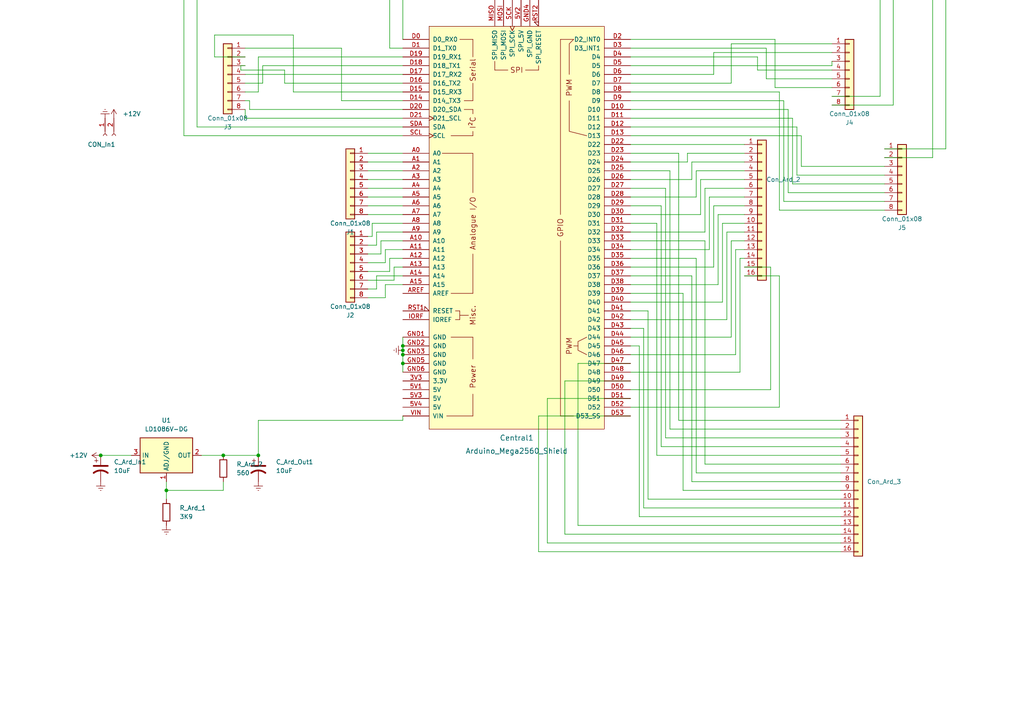
<source format=kicad_sch>
(kicad_sch (version 20230121) (generator eeschema)
  (paper "A4")
  (lib_symbols
    (symbol "Connector:Conn_01x02_Female" (pin_names (offset 1.016) hide)
      (property "Reference" "J" (at 0 2.54 0))
      (property "Value" "Conn_01x02_Female" (at 0 -5.08 0))
      (symbol "Conn_01x02_Female_1_1"
        (arc (start 0 -2.032) (mid -0.5058 -2.54) (end 0 -3.048) (stroke (width 0.1524)))
        (polyline (pts (xy -1.27 -2.54) (xy -0.508 -2.54)) (stroke (width 0.1524)))
        (polyline (pts (xy -1.27 0) (xy -0.508 0)) (stroke (width 0.1524)))
        (arc (start 0 0.508) (mid -0.5058 0) (end 0 -0.508) (stroke (width 0.1524)))
        (pin passive line (at -5.08 0 0) (length 3.81) (name "Pin_1") (number "1"))
        (pin passive line (at -5.08 -2.54 0) (length 3.81) (name "Pin_2") (number "2"))
      )
    )
    (symbol "Connector_Generic:Conn_01x08" (pin_names (offset 1.016) hide)
      (property "Reference" "J" (at 0 10.16 0))
      (property "Value" "Conn_01x08" (at 0 -12.7 0))
      (symbol "Conn_01x08_1_1"
        (rectangle (start -1.27 -10.033) (end 0 -10.287) (stroke (width 0.1524)))
        (rectangle (start -1.27 -7.493) (end 0 -7.747) (stroke (width 0.1524)))
        (rectangle (start -1.27 -4.953) (end 0 -5.207) (stroke (width 0.1524)))
        (rectangle (start -1.27 -2.413) (end 0 -2.667) (stroke (width 0.1524)))
        (rectangle (start -1.27 0.127) (end 0 -0.127) (stroke (width 0.1524)))
        (rectangle (start -1.27 2.667) (end 0 2.413) (stroke (width 0.1524)))
        (rectangle (start -1.27 5.207) (end 0 4.953) (stroke (width 0.1524)))
        (rectangle (start -1.27 7.747) (end 0 7.493) (stroke (width 0.1524)))
        (rectangle (start -1.27 8.89) (end 1.27 -11.43) (stroke (width 0.254)) (fill (type background)))
        (pin passive line (at -5.08 7.62 0) (length 3.81) (name "Pin_1") (number "1"))
        (pin passive line (at -5.08 5.08 0) (length 3.81) (name "Pin_2") (number "2"))
        (pin passive line (at -5.08 2.54 0) (length 3.81) (name "Pin_3") (number "3"))
        (pin passive line (at -5.08 0 0) (length 3.81) (name "Pin_4") (number "4"))
        (pin passive line (at -5.08 -2.54 0) (length 3.81) (name "Pin_5") (number "5"))
        (pin passive line (at -5.08 -5.08 0) (length 3.81) (name "Pin_6") (number "6"))
        (pin passive line (at -5.08 -7.62 0) (length 3.81) (name "Pin_7") (number "7"))
        (pin passive line (at -5.08 -10.16 0) (length 3.81) (name "Pin_8") (number "8"))
      )
    )
    (symbol "Connector_Generic:Conn_01x16" (pin_names (offset 1.016) hide)
      (property "Reference" "J" (at 0 20.32 0))
      (property "Value" "Conn_01x16" (at 0 -22.86 0))
      (symbol "Conn_01x16_1_1"
        (rectangle (start -1.27 -20.193) (end 0 -20.447) (stroke (width 0.1524)))
        (rectangle (start -1.27 -17.653) (end 0 -17.907) (stroke (width 0.1524)))
        (rectangle (start -1.27 -15.113) (end 0 -15.367) (stroke (width 0.1524)))
        (rectangle (start -1.27 -12.573) (end 0 -12.827) (stroke (width 0.1524)))
        (rectangle (start -1.27 -10.033) (end 0 -10.287) (stroke (width 0.1524)))
        (rectangle (start -1.27 -7.493) (end 0 -7.747) (stroke (width 0.1524)))
        (rectangle (start -1.27 -4.953) (end 0 -5.207) (stroke (width 0.1524)))
        (rectangle (start -1.27 -2.413) (end 0 -2.667) (stroke (width 0.1524)))
        (rectangle (start -1.27 0.127) (end 0 -0.127) (stroke (width 0.1524)))
        (rectangle (start -1.27 2.667) (end 0 2.413) (stroke (width 0.1524)))
        (rectangle (start -1.27 5.207) (end 0 4.953) (stroke (width 0.1524)))
        (rectangle (start -1.27 7.747) (end 0 7.493) (stroke (width 0.1524)))
        (rectangle (start -1.27 10.287) (end 0 10.033) (stroke (width 0.1524)))
        (rectangle (start -1.27 12.827) (end 0 12.573) (stroke (width 0.1524)))
        (rectangle (start -1.27 15.367) (end 0 15.113) (stroke (width 0.1524)))
        (rectangle (start -1.27 17.907) (end 0 17.653) (stroke (width 0.1524)))
        (rectangle (start -1.27 19.05) (end 1.27 -21.59) (stroke (width 0.254)) (fill (type background)))
        (pin passive line (at -5.08 17.78 0) (length 3.81) (name "Pin_1") (number "1"))
        (pin passive line (at -5.08 -5.08 0) (length 3.81) (name "Pin_10") (number "10"))
        (pin passive line (at -5.08 -7.62 0) (length 3.81) (name "Pin_11") (number "11"))
        (pin passive line (at -5.08 -10.16 0) (length 3.81) (name "Pin_12") (number "12"))
        (pin passive line (at -5.08 -12.7 0) (length 3.81) (name "Pin_13") (number "13"))
        (pin passive line (at -5.08 -15.24 0) (length 3.81) (name "Pin_14") (number "14"))
        (pin passive line (at -5.08 -17.78 0) (length 3.81) (name "Pin_15") (number "15"))
        (pin passive line (at -5.08 -20.32 0) (length 3.81) (name "Pin_16") (number "16"))
        (pin passive line (at -5.08 15.24 0) (length 3.81) (name "Pin_2") (number "2"))
        (pin passive line (at -5.08 12.7 0) (length 3.81) (name "Pin_3") (number "3"))
        (pin passive line (at -5.08 10.16 0) (length 3.81) (name "Pin_4") (number "4"))
        (pin passive line (at -5.08 7.62 0) (length 3.81) (name "Pin_5") (number "5"))
        (pin passive line (at -5.08 5.08 0) (length 3.81) (name "Pin_6") (number "6"))
        (pin passive line (at -5.08 2.54 0) (length 3.81) (name "Pin_7") (number "7"))
        (pin passive line (at -5.08 0 0) (length 3.81) (name "Pin_8") (number "8"))
        (pin passive line (at -5.08 -2.54 0) (length 3.81) (name "Pin_9") (number "9"))
      )
    )
    (symbol "Device:C_Polarized_US" (pin_numbers hide) (pin_names (offset 0.254) hide)
      (property "Reference" "C" (at 0.635 2.54 0))
      (property "Value" "C_Polarized_US" (at 0.635 -2.54 0))
      (symbol "C_Polarized_US_0_1"
        (polyline (pts (xy -2.032 0.762) (xy 2.032 0.762)) (stroke (width 0.508)))
        (polyline (pts (xy -1.778 2.286) (xy -0.762 2.286)))
        (polyline (pts (xy -1.27 1.778) (xy -1.27 2.794)))
        (arc (start 2.032 -1.27) (mid 0 -0.5572) (end -2.032 -1.27) (stroke (width 0.508)))
      )
      (symbol "C_Polarized_US_1_1"
        (pin passive line (at 0 3.81 270) (length 2.794) (name "~") (number "1"))
        (pin passive line (at 0 -3.81 90) (length 3.302) (name "~") (number "2"))
      )
    )
    (symbol "Device:R" (pin_numbers hide) (pin_names (offset 0))
      (property "Reference" "R" (at 2.032 0 90))
      (property "Value" "R" (at 0 0 90))
      (symbol "R_0_1"
        (rectangle (start -1.016 -2.54) (end 1.016 2.54) (stroke (width 0.254)))
      )
      (symbol "R_1_1"
        (pin passive line (at 0 3.81 270) (length 1.27) (name "~") (number "1"))
        (pin passive line (at 0 -3.81 90) (length 1.27) (name "~") (number "2"))
      )
    )
    (symbol "Regulator_Linear:LD1086V-DG"
      (property "Reference" "U" (at 0 10.16 0))
      (property "Value" "LD1086V-DG" (at 0 7.62 0))
      (symbol "LD1086V-DG_1_1"
        (rectangle (start -7.62 -5.08) (end 7.62 5.08) (stroke (width 0.254)) (fill (type background)))
        (pin input line (at 0 -7.62 90) (length 2.54) (name "ADJ/GND") (number "1"))
        (pin power_out line (at 10.16 0 180) (length 2.54) (name "OUT") (number "2"))
        (pin power_in line (at -10.16 0 0) (length 2.54) (name "IN") (number "3"))
      )
    )
    (symbol "arduino:Arduino_Mega2560_Shield" (pin_names (offset 1.016))
      (property "Reference" "XA" (at 2.54 0 90))
      (property "Value" "Arduino_Mega2560_Shield" (at -2.54 0 90))
      (symbol "Arduino_Mega2560_Shield_0_0"
        (rectangle (start -25.4 -58.42) (end 25.4 58.42) (fill (type background)))
        (rectangle (start -20.32 -54.61) (end -12.7 -54.61))
        (rectangle (start -19.05 -31.75) (end -12.7 -31.75))
        (rectangle (start -19.05 -19.05) (end -12.7 -19.05))
        (rectangle (start -19.05 26.67) (end -12.7 26.67))
        (rectangle (start -17.78 -26.67) (end -16.51 -26.67))
        (rectangle (start -17.78 -24.13) (end -16.51 -24.13))
        (rectangle (start -16.51 -25.4) (end -13.97 -25.4))
        (rectangle (start -16.51 -24.13) (end -16.51 -26.67))
        (rectangle (start -16.51 54.61) (end -12.7 54.61))
        (rectangle (start -15.24 34.29) (end -12.7 34.29))
        (rectangle (start -15.24 36.83) (end -12.7 36.83))
        (rectangle (start -12.7 -54.61) (end -12.7 -48.26))
        (rectangle (start -12.7 -31.75) (end -12.7 -38.1))
        (rectangle (start -12.7 26.67) (end -12.7 27.94))
        (rectangle (start -12.7 34.29) (end -12.7 33.02))
        (rectangle (start -12.7 41.91) (end -12.7 36.83))
        (rectangle (start -12.7 49.53) (end -12.7 54.61))
        (rectangle (start -6.35 48.26) (end -6.35 45.72))
        (rectangle (start -2.54 45.72) (end -6.35 45.72))
        (polyline (pts (xy -21.59 21.59) (xy -12.7 21.59)))
        (polyline (pts (xy -12.7 -19.05) (xy -12.7 -7.62)))
        (polyline (pts (xy -12.7 10.16) (xy -12.7 21.59)))
        (polyline (pts (xy 12.7 -54.61) (xy 16.51 -54.61)))
        (polyline (pts (xy 12.7 54.61) (xy 16.51 54.61)))
        (polyline (pts (xy 17.78 -34.29) (xy 16.51 -34.29)))
        (polyline (pts (xy 15.24 36.83) (xy 15.24 27.94) (xy 20.32 26.67)))
        (polyline (pts (xy 15.24 44.45) (xy 15.24 53.34) (xy 16.51 54.61)))
        (polyline (pts (xy 20.32 -31.75) (xy 17.78 -33.02) (xy 17.78 -35.56) (xy 20.32 -36.83)))
        (rectangle (start 6.35 45.72) (end 2.54 45.72))
        (rectangle (start 6.35 46.99) (end 6.35 45.72))
        (text "Analogue I/O" (at -12.7 1.27 900) (effects (font (size 1.524 1.524))))
        (text "I²C" (at -12.7 30.48 900) (effects (font (size 1.524 1.524))))
        (text "Misc." (at -12.7 -25.4 900) (effects (font (size 1.524 1.524))))
        (text "Power" (at -12.7 -43.18 900) (effects (font (size 1.524 1.524))))
        (text "PWM" (at 15.24 -34.29 900) (effects (font (size 1.524 1.524))))
        (text "PWM" (at 15.24 40.64 900) (effects (font (size 1.524 1.524))))
        (text "Serial" (at -12.7 45.72 900) (effects (font (size 1.524 1.524))))
        (text "SPI" (at 0 45.72 0) (effects (font (size 1.524 1.524))))
      )
      (symbol "Arduino_Mega2560_Shield_1_0"
        (rectangle (start 12.7 -54.61) (end 12.7 -3.81))
        (rectangle (start 12.7 54.61) (end 12.7 3.81))
        (text "GPIO" (at 12.7 0 900) (effects (font (size 1.524 1.524))))
      )
      (symbol "Arduino_Mega2560_Shield_1_1"
        (pin power_out line (at -33.02 -44.45 0) (length 7.62) (name "3.3V") (number "3V3"))
        (pin power_in line (at -33.02 -46.99 0) (length 7.62) (name "5V") (number "5V1"))
        (pin power_in line (at 1.27 66.04 270) (length 7.62) (name "SPI_5V") (number "5V2"))
        (pin power_in line (at -33.02 -49.53 0) (length 7.62) (name "5V") (number "5V3"))
        (pin power_in line (at -33.02 -52.07 0) (length 7.62) (name "5V") (number "5V4"))
        (pin bidirectional line (at -33.02 21.59 0) (length 7.62) (name "A0") (number "A0"))
        (pin bidirectional line (at -33.02 19.05 0) (length 7.62) (name "A1") (number "A1"))
        (pin bidirectional line (at -33.02 -3.81 0) (length 7.62) (name "A10") (number "A10"))
        (pin bidirectional line (at -33.02 -6.35 0) (length 7.62) (name "A11") (number "A11"))
        (pin bidirectional line (at -33.02 -8.89 0) (length 7.62) (name "A12") (number "A12"))
        (pin bidirectional line (at -33.02 -11.43 0) (length 7.62) (name "A13") (number "A13"))
        (pin bidirectional line (at -33.02 -13.97 0) (length 7.62) (name "A14") (number "A14"))
        (pin bidirectional line (at -33.02 -16.51 0) (length 7.62) (name "A15") (number "A15"))
        (pin bidirectional line (at -33.02 16.51 0) (length 7.62) (name "A2") (number "A2"))
        (pin bidirectional line (at -33.02 13.97 0) (length 7.62) (name "A3") (number "A3"))
        (pin bidirectional line (at -33.02 11.43 0) (length 7.62) (name "A4") (number "A4"))
        (pin bidirectional line (at -33.02 8.89 0) (length 7.62) (name "A5") (number "A5"))
        (pin bidirectional line (at -33.02 6.35 0) (length 7.62) (name "A6") (number "A6"))
        (pin bidirectional line (at -33.02 3.81 0) (length 7.62) (name "A7") (number "A7"))
        (pin bidirectional line (at -33.02 1.27 0) (length 7.62) (name "A8") (number "A8"))
        (pin bidirectional line (at -33.02 -1.27 0) (length 7.62) (name "A9") (number "A9"))
        (pin input line (at -33.02 -19.05 0) (length 7.62) (name "AREF") (number "AREF"))
        (pin bidirectional line (at -33.02 54.61 0) (length 7.62) (name "D0_RX0") (number "D0"))
        (pin bidirectional line (at -33.02 52.07 0) (length 7.62) (name "D1_TX0") (number "D1"))
        (pin bidirectional line (at 33.02 34.29 180) (length 7.62) (name "D10") (number "D10"))
        (pin bidirectional line (at 33.02 31.75 180) (length 7.62) (name "D11") (number "D11"))
        (pin bidirectional line (at 33.02 29.21 180) (length 7.62) (name "D12") (number "D12"))
        (pin bidirectional line (at 33.02 26.67 180) (length 7.62) (name "D13") (number "D13"))
        (pin bidirectional line (at -33.02 36.83 0) (length 7.62) (name "D14_TX3") (number "D14"))
        (pin bidirectional line (at -33.02 39.37 0) (length 7.62) (name "D15_RX3") (number "D15"))
        (pin bidirectional line (at -33.02 41.91 0) (length 7.62) (name "D16_TX2") (number "D16"))
        (pin bidirectional line (at -33.02 44.45 0) (length 7.62) (name "D17_RX2") (number "D17"))
        (pin bidirectional line (at -33.02 46.99 0) (length 7.62) (name "D18_TX1") (number "D18"))
        (pin bidirectional line (at -33.02 49.53 0) (length 7.62) (name "D19_RX1") (number "D19"))
        (pin bidirectional line (at 33.02 54.61 180) (length 7.62) (name "D2_INT0") (number "D2"))
        (pin bidirectional line (at -33.02 34.29 0) (length 7.62) (name "D20_SDA") (number "D20"))
        (pin bidirectional clock (at -33.02 31.75 0) (length 7.62) (name "D21_SCL") (number "D21"))
        (pin bidirectional line (at 33.02 24.13 180) (length 7.62) (name "D22") (number "D22"))
        (pin bidirectional line (at 33.02 21.59 180) (length 7.62) (name "D23") (number "D23"))
        (pin bidirectional line (at 33.02 19.05 180) (length 7.62) (name "D24") (number "D24"))
        (pin bidirectional line (at 33.02 16.51 180) (length 7.62) (name "D25") (number "D25"))
        (pin bidirectional line (at 33.02 13.97 180) (length 7.62) (name "D26") (number "D26"))
        (pin bidirectional line (at 33.02 11.43 180) (length 7.62) (name "D27") (number "D27"))
        (pin bidirectional line (at 33.02 8.89 180) (length 7.62) (name "D28") (number "D28"))
        (pin bidirectional line (at 33.02 6.35 180) (length 7.62) (name "D29") (number "D29"))
        (pin bidirectional line (at 33.02 52.07 180) (length 7.62) (name "D3_INT1") (number "D3"))
        (pin bidirectional line (at 33.02 3.81 180) (length 7.62) (name "D30") (number "D30"))
        (pin bidirectional line (at 33.02 1.27 180) (length 7.62) (name "D31") (number "D31"))
        (pin bidirectional line (at 33.02 -1.27 180) (length 7.62) (name "D32") (number "D32"))
        (pin bidirectional line (at 33.02 -3.81 180) (length 7.62) (name "D33") (number "D33"))
        (pin bidirectional line (at 33.02 -6.35 180) (length 7.62) (name "D34") (number "D34"))
        (pin bidirectional line (at 33.02 -8.89 180) (length 7.62) (name "D35") (number "D35"))
        (pin bidirectional line (at 33.02 -11.43 180) (length 7.62) (name "D36") (number "D36"))
        (pin bidirectional line (at 33.02 -13.97 180) (length 7.62) (name "D37") (number "D37"))
        (pin bidirectional line (at 33.02 -16.51 180) (length 7.62) (name "D38") (number "D38"))
        (pin bidirectional line (at 33.02 -19.05 180) (length 7.62) (name "D39") (number "D39"))
        (pin bidirectional line (at 33.02 49.53 180) (length 7.62) (name "D4") (number "D4"))
        (pin bidirectional line (at 33.02 -21.59 180) (length 7.62) (name "D40") (number "D40"))
        (pin bidirectional line (at 33.02 -24.13 180) (length 7.62) (name "D41") (number "D41"))
        (pin bidirectional line (at 33.02 -26.67 180) (length 7.62) (name "D42") (number "D42"))
        (pin bidirectional line (at 33.02 -29.21 180) (length 7.62) (name "D43") (number "D43"))
        (pin bidirectional line (at 33.02 -31.75 180) (length 7.62) (name "D44") (number "D44"))
        (pin bidirectional line (at 33.02 -34.29 180) (length 7.62) (name "D45") (number "D45"))
        (pin bidirectional line (at 33.02 -36.83 180) (length 7.62) (name "D46") (number "D46"))
        (pin bidirectional line (at 33.02 -39.37 180) (length 7.62) (name "D47") (number "D47"))
        (pin bidirectional line (at 33.02 -41.91 180) (length 7.62) (name "D48") (number "D48"))
        (pin bidirectional line (at 33.02 -44.45 180) (length 7.62) (name "D49") (number "D49"))
        (pin bidirectional line (at 33.02 46.99 180) (length 7.62) (name "D5") (number "D5"))
        (pin bidirectional line (at 33.02 -46.99 180) (length 7.62) (name "D50") (number "D50"))
        (pin bidirectional line (at 33.02 -49.53 180) (length 7.62) (name "D51") (number "D51"))
        (pin bidirectional line (at 33.02 -52.07 180) (length 7.62) (name "D52") (number "D52"))
        (pin bidirectional line (at 33.02 -54.61 180) (length 7.62) (name "D53_SS") (number "D53"))
        (pin bidirectional line (at 33.02 44.45 180) (length 7.62) (name "D6") (number "D6"))
        (pin bidirectional line (at 33.02 41.91 180) (length 7.62) (name "D7") (number "D7"))
        (pin bidirectional line (at 33.02 39.37 180) (length 7.62) (name "D8") (number "D8"))
        (pin bidirectional line (at 33.02 36.83 180) (length 7.62) (name "D9") (number "D9"))
        (pin power_in line (at -33.02 -31.75 0) (length 7.62) (name "GND") (number "GND1"))
        (pin power_in line (at -33.02 -34.29 0) (length 7.62) (name "GND") (number "GND2"))
        (pin power_in line (at -33.02 -36.83 0) (length 7.62) (name "GND") (number "GND3"))
        (pin power_in line (at 3.81 66.04 270) (length 7.62) (name "SPI_GND") (number "GND4"))
        (pin power_in line (at -33.02 -39.37 0) (length 7.62) (name "GND") (number "GND5"))
        (pin power_in line (at -33.02 -41.91 0) (length 7.62) (name "GND") (number "GND6"))
        (pin output line (at -33.02 -26.67 0) (length 7.62) (name "IOREF") (number "IORF"))
        (pin input line (at -6.35 66.04 270) (length 7.62) (name "SPI_MISO") (number "MISO"))
        (pin output line (at -3.81 66.04 270) (length 7.62) (name "SPI_MOSI") (number "MOSI"))
        (pin open_collector input_low (at -33.02 -24.13 0) (length 7.62) (name "RESET") (number "RST1"))
        (pin open_collector input_low (at 6.35 66.04 270) (length 7.62) (name "SPI_RESET") (number "RST2"))
        (pin output clock (at -1.27 66.04 270) (length 7.62) (name "SPI_SCK") (number "SCK"))
        (pin bidirectional clock (at -33.02 26.67 0) (length 7.62) (name "SCL") (number "SCL"))
        (pin bidirectional line (at -33.02 29.21 0) (length 7.62) (name "SDA") (number "SDA"))
        (pin power_in line (at -33.02 -54.61 0) (length 7.62) (name "VIN") (number "VIN"))
      )
    )
    (symbol "power:+12V" (power) (pin_names (offset 0))
      (property "Value" "+12V" (at 0 3.556 0))
      (symbol "+12V_0_1"
        (polyline (pts (xy -0.762 1.27) (xy 0 2.54)))
        (polyline (pts (xy 0 0) (xy 0 2.54)))
        (polyline (pts (xy 0 2.54) (xy 0.762 1.27)))
      )
      (symbol "+12V_1_1"
        (pin power_in line (at 0 0 90) (length 0) hide (name "+12V") (number "1"))
      )
    )
    (symbol "power:Earth" (power) (pin_names (offset 0))
      (symbol "Earth_0_1"
        (polyline (pts (xy -0.635 -1.905) (xy 0.635 -1.905)))
        (polyline (pts (xy -0.127 -2.54) (xy 0.127 -2.54)))
        (polyline (pts (xy 0 -1.27) (xy 0 0)))
        (polyline (pts (xy 1.27 -1.27) (xy -1.27 -1.27)))
      )
      (symbol "Earth_1_1"
        (pin power_in line (at 0 0 270) (length 0) hide (name "Earth") (number "1"))
      )
    )
  )
  (junction (at 116.84 101.6))
  (junction (at 74.93 132.08))
  (junction (at 48.26 142.24))
  (junction (at 116.84 100.33))
  (junction (at 116.84 102.87))
  (junction (at 29.21 132.08))
  (junction (at 116.84 105.41))
  (junction (at 64.77 132.08))
  (wire (pts (xy 182.88 92.71) (xy 210.82 92.71)))
  (wire (pts (xy 29.21 132.08) (xy 38.1 132.08)))
  (wire (pts (xy 74.93 121.92) (xy 116.84 121.92)))
  (wire (pts (xy 182.88 13.97) (xy 222.25 13.97)))
  (wire (pts (xy 182.88 16.51) (xy 219.71 16.51)))
  (wire (pts (xy 205.74 57.15) (xy 215.9 57.15)))
  (wire (pts (xy 74.93 26.67) (xy 71.12 26.67)))
  (wire (pts (xy 116.84 101.6) (xy 116.84 102.87)))
  (wire (pts (xy 74.93 121.92) (xy 74.93 132.08)))
  (wire (pts (xy 167.64 152.4) (xy 243.84 152.4)))
  (wire (pts (xy 255.27 -34.29) (xy 255.27 27.94)))
  (wire (pts (xy 71.12 34.29) (xy 116.84 34.29)))
  (wire (pts (xy 111.76 82.55) (xy 116.84 82.55)))
  (wire (pts (xy 182.88 46.99) (xy 199.39 46.99)))
  (wire (pts (xy 106.68 57.15) (xy 116.84 57.15)))
  (wire (pts (xy 182.88 39.37) (xy 232.41 39.37)))
  (wire (pts (xy 187.96 90.17) (xy 182.88 90.17)))
  (wire (pts (xy 111.76 76.2) (xy 111.76 72.39)))
  (wire (pts (xy 187.96 144.78) (xy 187.96 90.17)))
  (wire (pts (xy 182.88 11.43) (xy 224.79 11.43)))
  (wire (pts (xy 200.66 80.01) (xy 182.88 80.01)))
  (wire (pts (xy 182.88 115.57) (xy 158.75 115.57)))
  (wire (pts (xy 215.9 80.01) (xy 226.06 80.01)))
  (wire (pts (xy 227.33 29.21) (xy 227.33 58.42)))
  (wire (pts (xy 182.88 21.59) (xy 207.01 21.59)))
  (wire (pts (xy 72.39 31.75) (xy 72.39 29.21)))
  (wire (pts (xy 259.08 30.48) (xy 241.3 30.48)))
  (wire (pts (xy 107.95 68.58) (xy 107.95 64.77)))
  (wire (pts (xy 204.47 54.61) (xy 215.9 54.61)))
  (wire (pts (xy 106.68 86.36) (xy 111.76 86.36)))
  (wire (pts (xy 198.12 142.24) (xy 198.12 85.09)))
  (wire (pts (xy 196.85 44.45) (xy 196.85 121.92)))
  (wire (pts (xy 106.68 52.07) (xy 116.84 52.07)))
  (wire (pts (xy 158.75 157.48) (xy 243.84 157.48)))
  (wire (pts (xy 210.82 67.31) (xy 215.9 67.31)))
  (wire (pts (xy 255.27 27.94) (xy 241.3 27.94)))
  (wire (pts (xy 106.68 71.12) (xy 109.22 71.12)))
  (wire (pts (xy 82.55 20.32) (xy 69.85 20.32)))
  (wire (pts (xy 113.03 74.93) (xy 116.84 74.93)))
  (wire (pts (xy 182.88 110.49) (xy 163.83 110.49)))
  (wire (pts (xy 71.12 21.59) (xy 116.84 21.59)))
  (wire (pts (xy 182.88 52.07) (xy 200.66 52.07)))
  (wire (pts (xy 167.64 105.41) (xy 167.64 152.4)))
  (wire (pts (xy 207.01 21.59) (xy 207.01 15.24)))
  (wire (pts (xy 57.15 -5.08) (xy 57.15 36.83)))
  (wire (pts (xy 106.68 78.74) (xy 113.03 78.74)))
  (wire (pts (xy 226.06 26.67) (xy 226.06 60.96)))
  (wire (pts (xy 182.88 64.77) (xy 190.5 64.77)))
  (wire (pts (xy 214.63 74.93) (xy 215.9 74.93)))
  (wire (pts (xy 110.49 69.85) (xy 116.84 69.85)))
  (wire (pts (xy 224.79 25.4) (xy 241.3 25.4)))
  (wire (pts (xy 243.84 142.24) (xy 198.12 142.24)))
  (wire (pts (xy 203.2 62.23) (xy 203.2 52.07)))
  (wire (pts (xy 226.06 60.96) (xy 256.54 60.96)))
  (wire (pts (xy 109.22 71.12) (xy 109.22 67.31)))
  (wire (pts (xy 201.93 74.93) (xy 182.88 74.93)))
  (wire (pts (xy 107.95 64.77) (xy 116.84 64.77)))
  (wire (pts (xy 201.93 137.16) (xy 201.93 74.93)))
  (wire (pts (xy 193.04 127) (xy 243.84 127)))
  (wire (pts (xy 182.88 59.69) (xy 191.77 59.69)))
  (wire (pts (xy 116.84 24.13) (xy 82.55 24.13)))
  (wire (pts (xy 229.87 53.34) (xy 256.54 53.34)))
  (wire (pts (xy 228.6 31.75) (xy 228.6 55.88)))
  (wire (pts (xy 182.88 102.87) (xy 213.36 102.87)))
  (wire (pts (xy 223.52 77.47) (xy 223.52 113.03)))
  (wire (pts (xy 53.34 -8.89) (xy 274.32 -8.89)))
  (wire (pts (xy 182.88 120.65) (xy 156.21 120.65)))
  (wire (pts (xy 185.42 149.86) (xy 243.84 149.86)))
  (wire (pts (xy 116.84 105.41) (xy 116.84 107.95)))
  (wire (pts (xy 182.88 19.05) (xy 241.3 19.05)))
  (wire (pts (xy 114.3 81.28) (xy 114.3 77.47)))
  (wire (pts (xy 182.88 95.25) (xy 186.69 95.25)))
  (wire (pts (xy 182.88 72.39) (xy 205.74 72.39)))
  (wire (pts (xy 191.77 129.54) (xy 243.84 129.54)))
  (wire (pts (xy 194.31 49.53) (xy 194.31 124.46)))
  (wire (pts (xy 156.21 160.02) (xy 243.84 160.02)))
  (wire (pts (xy 200.66 139.7) (xy 200.66 80.01)))
  (wire (pts (xy 182.88 29.21) (xy 227.33 29.21)))
  (wire (pts (xy 71.12 24.13) (xy 76.2 24.13)))
  (wire (pts (xy 182.88 62.23) (xy 203.2 62.23)))
  (wire (pts (xy 69.85 20.32) (xy 69.85 19.05)))
  (wire (pts (xy 231.14 36.83) (xy 231.14 50.8)))
  (wire (pts (xy 182.88 54.61) (xy 193.04 54.61)))
  (wire (pts (xy 241.3 19.05) (xy 241.3 17.78)))
  (wire (pts (xy 208.28 62.23) (xy 215.9 62.23)))
  (wire (pts (xy 190.5 64.77) (xy 190.5 132.08)))
  (wire (pts (xy 213.36 102.87) (xy 213.36 72.39)))
  (wire (pts (xy 106.68 81.28) (xy 114.3 81.28)))
  (wire (pts (xy 116.84 39.37) (xy 53.34 39.37)))
  (wire (pts (xy 182.88 44.45) (xy 196.85 44.45)))
  (wire (pts (xy 222.25 22.86) (xy 241.3 22.86)))
  (wire (pts (xy 243.84 134.62) (xy 204.47 134.62)))
  (wire (pts (xy 76.2 19.05) (xy 116.84 19.05)))
  (wire (pts (xy 182.88 105.41) (xy 167.64 105.41)))
  (wire (pts (xy 116.84 97.79) (xy 116.84 100.33)))
  (wire (pts (xy 199.39 44.45) (xy 215.9 44.45)))
  (wire (pts (xy 109.22 67.31) (xy 116.84 67.31)))
  (wire (pts (xy 106.68 76.2) (xy 111.76 76.2)))
  (wire (pts (xy 256.54 45.72) (xy 270.51 45.72)))
  (wire (pts (xy 200.66 46.99) (xy 215.9 46.99)))
  (wire (pts (xy 48.26 139.7) (xy 48.26 142.24)))
  (wire (pts (xy 85.09 10.16) (xy 62.23 10.16)))
  (wire (pts (xy 109.22 83.82) (xy 106.68 83.82)))
  (wire (pts (xy 209.55 87.63) (xy 209.55 64.77)))
  (wire (pts (xy 212.09 69.85) (xy 215.9 69.85)))
  (wire (pts (xy 99.06 13.97) (xy 71.12 13.97)))
  (wire (pts (xy 113.03 -34.29) (xy 255.27 -34.29)))
  (wire (pts (xy 156.21 120.65) (xy 156.21 160.02)))
  (wire (pts (xy 106.68 68.58) (xy 107.95 68.58)))
  (wire (pts (xy 182.88 41.91) (xy 215.9 41.91)))
  (wire (pts (xy 182.88 87.63) (xy 209.55 87.63)))
  (wire (pts (xy 57.15 36.83) (xy 116.84 36.83)))
  (wire (pts (xy 106.68 62.23) (xy 116.84 62.23)))
  (wire (pts (xy 274.32 -8.89) (xy 274.32 43.18)))
  (wire (pts (xy 163.83 154.94) (xy 243.84 154.94)))
  (wire (pts (xy 182.88 82.55) (xy 208.28 82.55)))
  (wire (pts (xy 116.84 31.75) (xy 72.39 31.75)))
  (wire (pts (xy 110.49 73.66) (xy 110.49 69.85)))
  (wire (pts (xy 200.66 52.07) (xy 200.66 46.99)))
  (wire (pts (xy 182.88 26.67) (xy 226.06 26.67)))
  (wire (pts (xy 231.14 50.8) (xy 256.54 50.8)))
  (wire (pts (xy 185.42 100.33) (xy 185.42 149.86)))
  (wire (pts (xy 182.88 36.83) (xy 231.14 36.83)))
  (wire (pts (xy 259.08 -33.02) (xy 259.08 30.48)))
  (wire (pts (xy 116.84 13.97) (xy 113.03 13.97)))
  (wire (pts (xy 62.23 10.16) (xy 62.23 16.51)))
  (wire (pts (xy 116.84 100.33) (xy 116.84 101.6)))
  (wire (pts (xy 205.74 72.39) (xy 205.74 57.15)))
  (wire (pts (xy 116.84 16.51) (xy 74.93 16.51)))
  (wire (pts (xy 223.52 113.03) (xy 182.88 113.03)))
  (wire (pts (xy 207.01 59.69) (xy 215.9 59.69)))
  (wire (pts (xy 106.68 59.69) (xy 116.84 59.69)))
  (wire (pts (xy 106.68 73.66) (xy 110.49 73.66)))
  (wire (pts (xy 212.09 12.7) (xy 241.3 12.7)))
  (wire (pts (xy 219.71 16.51) (xy 219.71 20.32)))
  (wire (pts (xy 199.39 46.99) (xy 199.39 44.45)))
  (wire (pts (xy 227.33 58.42) (xy 256.54 58.42)))
  (wire (pts (xy 270.51 -5.08) (xy 57.15 -5.08)))
  (wire (pts (xy 270.51 45.72) (xy 270.51 -5.08)))
  (wire (pts (xy 229.87 34.29) (xy 229.87 53.34)))
  (wire (pts (xy 106.68 49.53) (xy 116.84 49.53)))
  (wire (pts (xy 226.06 118.11) (xy 182.88 118.11)))
  (wire (pts (xy 204.47 134.62) (xy 204.47 69.85)))
  (wire (pts (xy 106.68 44.45) (xy 116.84 44.45)))
  (wire (pts (xy 106.68 46.99) (xy 116.84 46.99)))
  (wire (pts (xy 208.28 82.55) (xy 208.28 62.23)))
  (wire (pts (xy 191.77 59.69) (xy 191.77 129.54)))
  (wire (pts (xy 106.68 54.61) (xy 116.84 54.61)))
  (wire (pts (xy 58.42 132.08) (xy 64.77 132.08)))
  (wire (pts (xy 64.77 132.08) (xy 74.93 132.08)))
  (wire (pts (xy 182.88 49.53) (xy 194.31 49.53)))
  (wire (pts (xy 219.71 20.32) (xy 241.3 20.32)))
  (wire (pts (xy 203.2 52.07) (xy 215.9 52.07)))
  (wire (pts (xy 207.01 15.24) (xy 241.3 15.24)))
  (wire (pts (xy 116.84 121.92) (xy 116.84 120.65)))
  (wire (pts (xy 182.88 67.31) (xy 204.47 67.31)))
  (wire (pts (xy 210.82 92.71) (xy 210.82 67.31)))
  (wire (pts (xy 182.88 31.75) (xy 228.6 31.75)))
  (wire (pts (xy 163.83 110.49) (xy 163.83 154.94)))
  (wire (pts (xy 243.84 144.78) (xy 187.96 144.78)))
  (wire (pts (xy 158.75 115.57) (xy 158.75 157.48)))
  (wire (pts (xy 71.12 29.21) (xy 72.39 29.21)))
  (wire (pts (xy 109.22 80.01) (xy 109.22 83.82)))
  (wire (pts (xy 193.04 54.61) (xy 193.04 127)))
  (wire (pts (xy 48.26 142.24) (xy 48.26 144.78)))
  (wire (pts (xy 186.69 95.25) (xy 186.69 147.32)))
  (wire (pts (xy 274.32 43.18) (xy 256.54 43.18)))
  (wire (pts (xy 186.69 147.32) (xy 243.84 147.32)))
  (wire (pts (xy 62.23 16.51) (xy 71.12 16.51)))
  (wire (pts (xy 116.84 26.67) (xy 85.09 26.67)))
  (wire (pts (xy 182.88 24.13) (xy 212.09 24.13)))
  (wire (pts (xy 243.84 137.16) (xy 201.93 137.16)))
  (wire (pts (xy 182.88 57.15) (xy 201.93 57.15)))
  (wire (pts (xy 99.06 29.21) (xy 99.06 13.97)))
  (wire (pts (xy 53.34 39.37) (xy 53.34 -8.89)))
  (wire (pts (xy 201.93 49.53) (xy 215.9 49.53)))
  (wire (pts (xy 48.26 142.24) (xy 64.77 142.24)))
  (wire (pts (xy 213.36 72.39) (xy 215.9 72.39)))
  (wire (pts (xy 222.25 13.97) (xy 222.25 22.86)))
  (wire (pts (xy 198.12 85.09) (xy 182.88 85.09)))
  (wire (pts (xy 190.5 132.08) (xy 243.84 132.08)))
  (wire (pts (xy 212.09 24.13) (xy 212.09 12.7)))
  (wire (pts (xy 111.76 86.36) (xy 111.76 82.55)))
  (wire (pts (xy 69.85 19.05) (xy 71.12 19.05)))
  (wire (pts (xy 207.01 77.47) (xy 207.01 59.69)))
  (wire (pts (xy 204.47 67.31) (xy 204.47 54.61)))
  (wire (pts (xy 182.88 107.95) (xy 214.63 107.95)))
  (wire (pts (xy 201.93 57.15) (xy 201.93 49.53)))
  (wire (pts (xy 85.09 26.67) (xy 85.09 10.16)))
  (wire (pts (xy 111.76 72.39) (xy 116.84 72.39)))
  (wire (pts (xy 113.03 13.97) (xy 113.03 -34.29)))
  (wire (pts (xy 116.84 29.21) (xy 99.06 29.21)))
  (wire (pts (xy 82.55 24.13) (xy 82.55 20.32)))
  (wire (pts (xy 182.88 34.29) (xy 229.87 34.29)))
  (wire (pts (xy 74.93 16.51) (xy 74.93 26.67)))
  (wire (pts (xy 64.77 142.24) (xy 64.77 139.7)))
  (wire (pts (xy 116.84 11.43) (xy 116.84 -33.02)))
  (wire (pts (xy 226.06 80.01) (xy 226.06 118.11)))
  (wire (pts (xy 204.47 69.85) (xy 182.88 69.85)))
  (wire (pts (xy 113.03 78.74) (xy 113.03 74.93)))
  (wire (pts (xy 232.41 39.37) (xy 232.41 48.26)))
  (wire (pts (xy 232.41 48.26) (xy 256.54 48.26)))
  (wire (pts (xy 76.2 24.13) (xy 76.2 19.05)))
  (wire (pts (xy 116.84 80.01) (xy 109.22 80.01)))
  (wire (pts (xy 182.88 97.79) (xy 212.09 97.79)))
  (wire (pts (xy 209.55 64.77) (xy 215.9 64.77)))
  (wire (pts (xy 243.84 139.7) (xy 200.66 139.7)))
  (wire (pts (xy 182.88 77.47) (xy 207.01 77.47)))
  (wire (pts (xy 196.85 121.92) (xy 243.84 121.92)))
  (wire (pts (xy 116.84 -33.02) (xy 259.08 -33.02)))
  (wire (pts (xy 215.9 77.47) (xy 223.52 77.47)))
  (wire (pts (xy 224.79 11.43) (xy 224.79 25.4)))
  (wire (pts (xy 182.88 100.33) (xy 185.42 100.33)))
  (wire (pts (xy 228.6 55.88) (xy 256.54 55.88)))
  (wire (pts (xy 214.63 107.95) (xy 214.63 74.93)))
  (wire (pts (xy 114.3 77.47) (xy 116.84 77.47)))
  (wire (pts (xy 194.31 124.46) (xy 243.84 124.46)))
  (wire (pts (xy 71.12 31.75) (xy 71.12 34.29)))
  (wire (pts (xy 116.84 102.87) (xy 116.84 105.41)))
  (wire (pts (xy 212.09 97.79) (xy 212.09 69.85)))
  (symbol (lib_id "Connector:Conn_01x02_Female") (at 30.48 39.37 90) (mirror x) (unit 1)
    (property "Reference" "CON_In1" (at 25.4 41.91 90) (effects (justify right)))
    (property "Value" "DCC" (effects hide))
    (property "Footprint" "Connector_JST:JST_NV_B02P-NV_1x02_P5.00mm_Vertical" (effects hide))
  )
  (symbol (lib_id "power:Earth") (at 116.84 101.6 270) (unit 1)
    (property "Reference" "#PWR09" (effects hide))
    (property "Value" "Earth" (effects hide))
  )
  (symbol (lib_id "Device:C_Polarized_US") (at 29.21 135.89 0) (unit 1)
    (property "Reference" "C_Ard_In1" (at 33.02 133.9849 0) (effects (justify left)))
    (property "Value" "10uF" (at 33.02 136.5249 0) (effects (justify left)))
    (property "Footprint" "Capacitor_THT:CP_Radial_D8.0mm_P3.80mm" (effects hide))
  )
  (symbol (lib_id "Connector_Generic:Conn_01x08") (at 101.6 52.07 0) (mirror y) (unit 1)
    (property "Reference" "J1" (at 101.6 67.31 0))
    (property "Value" "Conn_01x08" (at 101.6 64.77 0))
    (property "Footprint" "Connector_PinHeader_2.54mm:PinHeader_1x08_P2.54mm_Vertical" (effects hide))
  )
  (symbol (lib_id "power:Earth") (at 48.26 152.4 0) (unit 1)
    (property "Reference" "#PWR03" (effects hide))
    (property "Value" "Earth" (effects hide))
  )
  (symbol (lib_id "power:+12V") (at 33.02 34.29 0) (unit 1)
    (property "Reference" "#PWR06" (effects hide))
    (property "Value" "+12V" (at 35.56 33.0199 0) (effects (justify left)))
  )
  (symbol (lib_id "Connector_Generic:Conn_01x08") (at 246.38 20.32 0) (unit 1)
    (property "Reference" "J4" (at 246.38 35.56 0))
    (property "Value" "Conn_01x08" (at 246.38 33.02 0))
    (property "Footprint" "Connector_PinHeader_2.54mm:PinHeader_1x08_P2.54mm_Vertical" (effects hide))
  )
  (symbol (lib_id "Connector_Generic:Conn_01x16") (at 248.92 139.7 0) (unit 1)
    (property "Reference" "Con_Ard_3" (at 251.46 139.6999 0) (effects (justify left)))
    (property "Value" "Conn_01x16" (effects hide))
    (property "Footprint" "Connector_PinHeader_2.54mm:PinHeader_1x16_P2.54mm_Vertical" (effects hide))
  )
  (symbol (lib_id "power:Earth") (at 74.93 139.7 0) (unit 1)
    (property "Reference" "#PWR04" (effects hide))
    (property "Value" "Earth" (effects hide))
  )
  (symbol (lib_id "power:Earth") (at 30.48 34.29 180) (unit 1)
    (property "Reference" "#PWR05" (effects hide))
    (property "Value" "Earth" (effects hide))
  )
  (symbol (lib_id "power:+12V") (at 29.21 132.08 90) (unit 1)
    (property "Reference" "#PWR01" (effects hide))
    (property "Value" "+12V" (at 25.4 132.0799 90) (effects (justify left)))
  )
  (symbol (lib_id "Connector_Generic:Conn_01x16") (at 220.98 59.69 0) (unit 1)
    (property "Reference" "Con_Ard_2" (at 222.25 52.07 0) (effects (justify left)))
    (property "Value" "Conn_01x16" (effects hide))
    (property "Footprint" "Connector_PinHeader_2.54mm:PinHeader_1x16_P2.54mm_Vertical" (effects hide))
  )
  (symbol (lib_id "Connector_Generic:Conn_01x08") (at 66.04 21.59 0) (mirror y) (unit 1)
    (property "Reference" "J3" (at 66.04 36.83 0))
    (property "Value" "Conn_01x08" (at 66.04 34.29 0))
    (property "Footprint" "Connector_PinHeader_2.54mm:PinHeader_1x08_P2.54mm_Vertical" (effects hide))
  )
  (symbol (lib_id "Regulator_Linear:LD1086V-DG") (at 48.26 132.08 0) (unit 1)
    (property "Reference" "U1" (at 48.26 121.92 0))
    (property "Value" "LD1086V-DG" (at 48.26 124.46 0))
    (property "Footprint" "Package_TO_SOT_THT:TO-220-3_Vertical" (effects hide))
    (property "Datasheet" "https://www.st.com/resource/en/datasheet/ld1086.pdf" (effects hide))
  )
  (symbol (lib_id "arduino:Arduino_Mega2560_Shield") (at 149.86 66.04 0) (unit 1)
    (property "Reference" "Central1" (at 149.86 127 0) (effects (font (size 1.524 1.524))))
    (property "Value" "Arduino_Mega2560_Shield" (at 149.86 130.81 0) (effects (font (size 1.524 1.524))))
    (property "Footprint" "Arduino:Arduino_Mega2560_Shield" (effects hide))
    (property "Datasheet" "https://docs.arduino.cc/hardware/mega-2560" (effects hide))
  )
  (symbol (lib_id "Device:R") (at 64.77 135.89 180) (unit 1)
    (property "Reference" "R_Ard_2" (at 68.58 134.62 0) (effects (justify right)))
    (property "Value" "560" (at 68.58 137.1599 0) (effects (justify right)))
    (property "Footprint" "Resistor_THT:R_Axial_DIN0207_L6.3mm_D2.5mm_P10.16mm_Horizontal" (effects hide))
  )
  (symbol (lib_id "Connector_Generic:Conn_01x08") (at 101.6 76.2 0) (mirror y) (unit 1)
    (property "Reference" "J2" (at 101.6 91.44 0))
    (property "Value" "Conn_01x08" (at 101.6 88.9 0))
    (property "Footprint" "Connector_PinHeader_2.54mm:PinHeader_1x08_P2.54mm_Vertical" (effects hide))
  )
  (symbol (lib_id "Connector_Generic:Conn_01x08") (at 261.62 50.8 0) (unit 1)
    (property "Reference" "J5" (at 261.62 66.04 0))
    (property "Value" "Conn_01x08" (at 261.62 63.5 0))
    (property "Footprint" "Connector_PinHeader_2.54mm:PinHeader_1x08_P2.54mm_Vertical" (effects hide))
  )
  (symbol (lib_id "power:Earth") (at 29.21 139.7 0) (unit 1)
    (property "Reference" "#PWR02" (effects hide))
    (property "Value" "Earth" (effects hide))
  )
  (symbol (lib_id "Device:C_Polarized_US") (at 74.93 135.89 0) (unit 1)
    (property "Reference" "C_Ard_Out1" (at 80.01 133.9849 0) (effects (justify left)))
    (property "Value" "10uF" (at 80.01 136.5249 0) (effects (justify left)))
    (property "Footprint" "Capacitor_THT:CP_Radial_D8.0mm_P3.80mm" (effects hide))
  )
  (symbol (lib_id "Device:R") (at 48.26 148.59 180) (unit 1)
    (property "Reference" "R_Ard_1" (at 52.07 147.3199 0) (effects (justify right)))
    (property "Value" "3K9" (at 52.07 149.8599 0) (effects (justify right)))
    (property "Footprint" "Resistor_THT:R_Axial_DIN0207_L6.3mm_D2.5mm_P10.16mm_Horizontal" (effects hide))
  )
)
</source>
